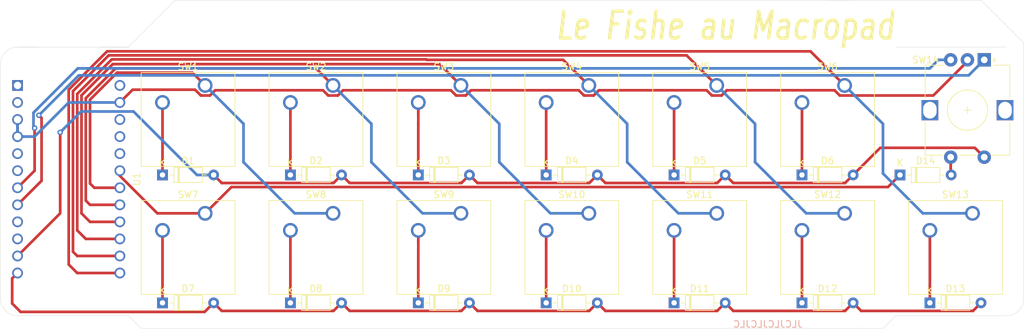
<source format=kicad_pcb>
(kicad_pcb (version 20211014) (generator pcbnew)
  (layers (0 "F.Cu" signal) (31 "B.Cu" signal) (34 "B.Paste" user) (35 "F.Paste" user) (36 "B.SilkS" user "B.Silkscreen") (37 "F.SilkS" user "F.Silkscreen") (38 "B.Mask" user) (39 "F.Mask" user) (44 "Edge.Cuts" user))
  (net 0 "")
  (net 1 "/ROW0")
  (net 2 "Net-(D1-Pad1)")
  (net 3 "Net-(D2-Pad1)")
  (net 4 "Net-(D3-Pad1)")
  (net 5 "Net-(D4-Pad1)")
  (net 6 "Net-(D5-Pad1)")
  (net 7 "Net-(D6-Pad1)")
  (net 8 "/ROW1")
  (net 9 "Net-(D7-Pad1)")
  (net 10 "Net-(D8-Pad1)")
  (net 11 "Net-(D9-Pad1)")
  (net 12 "Net-(D10-Pad1)")
  (net 13 "Net-(D11-Pad1)")
  (net 14 "Net-(D12-Pad1)")
  (net 15 "Net-(D13-Pad1)")
  (net 16 "/COL1")
  (net 17 "/COL2")
  (net 18 "/COL3")
  (net 19 "/COL4")
  (net 20 "/COL5")
  (net 21 "/COL6")
  (net 22 "/COL0")
  (net 23 "Net-(SW14-PadA)")
  (net 24 "GND")
  (net 25 "Net-(SW14-PadB)")
  (net 26 "Net-(U1-Pad24)")
  (net 27 "+5V")
  (net 28 "Net-(U1-Pad20)")
  (net 29 "Net-(U1-Pad10)")
  (net 30 "Net-(U1-Pad9)")
  (net 31 "Net-(U1-Pad6)")
  (net 32 "Net-(U1-Pad5)")
  (net 33 "Net-(U1-Pad2)")
  (net 34 "Net-(U1-Pad1)")
  (net 35 "Net-(D14-Pad2)")
  (net 36 "Net-(U1-Pad22)")
  (footprint "Button_Switch_Keyboard:SW_Cherry_MX_1.00u_PCB" (layer "F.Cu") (at 107.95 55.88)
    (fp_text reference "SW7" (at -2.54 -2.794) (layer "F.SilkS"))
    (fp_text value "M7")
    (pad "" np_thru_hole circle locked (at -7.62 5.08) (size 1.7 1.7) (drill 1.7) (layers *.Cu *.Mask))
    (pad "" np_thru_hole circle locked (at 2.54 5.08) (size 1.7 1.7) (drill 1.7) (layers *.Cu *.Mask))
    (pad "" np_thru_hole circle locked (at -2.54 5.08) (size 4 4) (drill 4) (layers *.Cu *.Mask))
    (pad "1" thru_hole circle locked (at 0 0) (size 2.2 2.2) (drill 1.5) (layers *.Cu *.Mask) (net 22 "/COL0"))
    (pad "2" thru_hole circle locked (at -6.35 2.54) (size 2.2 2.2) (drill 1.5) (layers *.Cu *.Mask) (net 9 "Net-(D7-Pad1)"))
  )
  (footprint "Button_Switch_Keyboard:SW_Cherry_MX_1.00u_PCB" (layer "F.Cu") (at 127 55.88)
    (fp_text reference "SW8" (at -2.54 -2.794) (layer "F.SilkS"))
    (fp_text value "M8")
    (pad "" np_thru_hole circle locked (at 2.54 5.08) (size 1.7 1.7) (drill 1.7) (layers *.Cu *.Mask))
    (pad "" np_thru_hole circle locked (at -2.54 5.08) (size 4 4) (drill 4) (layers *.Cu *.Mask))
    (pad "" np_thru_hole circle locked (at -7.62 5.08) (size 1.7 1.7) (drill 1.7) (layers *.Cu *.Mask))
    (pad "1" thru_hole circle locked (at 0 0) (size 2.2 2.2) (drill 1.5) (layers *.Cu *.Mask) (net 16 "/COL1"))
    (pad "2" thru_hole circle locked (at -6.35 2.54) (size 2.2 2.2) (drill 1.5) (layers *.Cu *.Mask) (net 10 "Net-(D8-Pad1)"))
  )
  (footprint "Button_Switch_Keyboard:SW_Cherry_MX_1.00u_PCB" (layer "F.Cu") (at 146.05 55.88)
    (fp_text reference "SW9" (at -2.54 -2.794) (layer "F.SilkS"))
    (fp_text value "M9")
    (pad "" np_thru_hole circle locked (at -2.54 5.08) (size 4 4) (drill 4) (layers *.Cu *.Mask))
    (pad "" np_thru_hole circle locked (at -7.62 5.08) (size 1.7 1.7) (drill 1.7) (layers *.Cu *.Mask))
    (pad "" np_thru_hole circle locked (at 2.54 5.08) (size 1.7 1.7) (drill 1.7) (layers *.Cu *.Mask))
    (pad "1" thru_hole circle locked (at 0 0) (size 2.2 2.2) (drill 1.5) (layers *.Cu *.Mask) (net 17 "/COL2"))
    (pad "2" thru_hole circle locked (at -6.35 2.54) (size 2.2 2.2) (drill 1.5) (layers *.Cu *.Mask) (net 11 "Net-(D9-Pad1)"))
  )
  (footprint "Button_Switch_Keyboard:SW_Cherry_MX_1.00u_PCB" (layer "F.Cu") (at 165.1 55.88)
    (fp_text reference "SW10" (at -2.54 -2.794) (layer "F.SilkS"))
    (fp_text value "M10")
    (pad "" np_thru_hole circle locked (at -7.62 5.08) (size 1.7 1.7) (drill 1.7) (layers *.Cu *.Mask))
    (pad "" np_thru_hole circle locked (at 2.54 5.08) (size 1.7 1.7) (drill 1.7) (layers *.Cu *.Mask))
    (pad "" np_thru_hole circle locked (at -2.54 5.08) (size 4 4) (drill 4) (layers *.Cu *.Mask))
    (pad "1" thru_hole circle locked (at 0 0) (size 2.2 2.2) (drill 1.5) (layers *.Cu *.Mask) (net 18 "/COL3"))
    (pad "2" thru_hole circle locked (at -6.35 2.54) (size 2.2 2.2) (drill 1.5) (layers *.Cu *.Mask) (net 12 "Net-(D10-Pad1)"))
  )
  (footprint "Button_Switch_Keyboard:SW_Cherry_MX_1.00u_PCB" (layer "F.Cu") (at 184.15 55.88)
    (fp_text reference "SW11" (at -2.54 -2.794) (layer "F.SilkS"))
    (fp_text value "M11")
    (pad "" np_thru_hole circle locked (at 2.54 5.08) (size 1.7 1.7) (drill 1.7) (layers *.Cu *.Mask))
    (pad "" np_thru_hole circle locked (at -7.62 5.08) (size 1.7 1.7) (drill 1.7) (layers *.Cu *.Mask))
    (pad "" np_thru_hole circle locked (at -2.54 5.08) (size 4 4) (drill 4) (layers *.Cu *.Mask))
    (pad "1" thru_hole circle locked (at 0 0) (size 2.2 2.2) (drill 1.5) (layers *.Cu *.Mask) (net 19 "/COL4"))
    (pad "2" thru_hole circle locked (at -6.35 2.54) (size 2.2 2.2) (drill 1.5) (layers *.Cu *.Mask) (net 13 "Net-(D11-Pad1)"))
  )
  (footprint "Button_Switch_Keyboard:SW_Cherry_MX_1.00u_PCB" (layer "F.Cu") (at 203.2 55.88)
    (fp_text reference "SW12" (at -2.54 -2.794) (layer "F.SilkS"))
    (fp_text value "M12")
    (pad "" np_thru_hole circle locked (at -7.62 5.08) (size 1.7 1.7) (drill 1.7) (layers *.Cu *.Mask))
    (pad "" np_thru_hole circle locked (at 2.54 5.08) (size 1.7 1.7) (drill 1.7) (layers *.Cu *.Mask))
    (pad "" np_thru_hole circle locked (at -2.54 5.08) (size 4 4) (drill 4) (layers *.Cu *.Mask))
    (pad "1" thru_hole circle locked (at 0 0) (size 2.2 2.2) (drill 1.5) (layers *.Cu *.Mask) (net 20 "/COL5"))
    (pad "2" thru_hole circle locked (at -6.35 2.54) (size 2.2 2.2) (drill 1.5) (layers *.Cu *.Mask) (net 14 "Net-(D12-Pad1)"))
  )
  (footprint "Button_Switch_Keyboard:SW_Cherry_MX_1.00u_PCB" (layer "F.Cu") (at 222.25 55.88)
    (fp_text reference "SW13" (at -2.54 -2.794) (layer "F.SilkS"))
    (fp_text value "M13")
    (pad "" np_thru_hole circle locked (at -2.54 5.08) (size 4 4) (drill 4) (layers *.Cu *.Mask))
    (pad "" np_thru_hole circle locked (at 2.54 5.08) (size 1.7 1.7) (drill 1.7) (layers *.Cu *.Mask))
    (pad "" np_thru_hole circle locked (at -7.62 5.08) (size 1.7 1.7) (drill 1.7) (layers *.Cu *.Mask))
    (pad "1" thru_hole circle locked (at 0 0) (size 2.2 2.2) (drill 1.5) (layers *.Cu *.Mask) (net 21 "/COL6"))
    (pad "2" thru_hole circle locked (at -6.35 2.54) (size 2.2 2.2) (drill 1.5) (layers *.Cu *.Mask) (net 15 "Net-(D13-Pad1)"))
  )
  (footprint "Rotary_Encoder:RotaryEncoder_Alps_EC12E-Switch_Vertical_H20mm" (layer "F.Cu") (at 224 33.02 -90)
    (fp_text reference "SW14" (at 0 8.735 180) (layer "F.SilkS"))
    (fp_text value "ENCODER")
    (pad "A" thru_hole rect locked (at 0 0 270) (size 2 2) (drill 1) (layers *.Cu *.Mask) (net 23 "Net-(SW14-PadA)"))
    (pad "B" thru_hole circle locked (at 0 5 270) (size 2 2) (drill 1) (layers *.Cu *.Mask) (net 25 "Net-(SW14-PadB)"))
    (pad "C" thru_hole circle locked (at 0 2.5 270) (size 2 2) (drill 1) (layers *.Cu *.Mask) (net 24 "GND"))
    (pad "MP" thru_hole rect locked (at 7.5 8.1 270) (size 3 2.5) (drill oval 2.5 2) (layers *.Cu *.Mask))
    (pad "MP" thru_hole rect locked (at 7.5 -3.1 270) (size 3 2.5) (drill oval 2.5 2) (layers *.Cu *.Mask))
    (pad "S1" thru_hole circle locked (at 14.5 0 270) (size 2 2) (drill 1) (layers *.Cu *.Mask) (net 1 "/ROW0"))
    (pad "S2" thru_hole circle locked (at 14.5 5 270) (size 2 2) (drill 1) (layers *.Cu *.Mask) (net 35 "Net-(D14-Pad2)"))
  )
  (footprint "promicro:ProMicro-NoSilk" (layer "F.Cu") (at 87.63 50.8 -90)
    (fp_text reference "U1" (at 0 -10.16 90) (layer "F.SilkS"))
    (fp_text value "ProMicro" hide)
    (pad "1" thru_hole rect locked (at -13.97 7.62 270) (size 1.6 1.6) (drill 1.1) (layers *.Cu *.Mask) (net 34 "Net-(U1-Pad1)"))
    (pad "2" thru_hole circle locked (at -11.43 7.62 270) (size 1.6 1.6) (drill 1.1) (layers *.Cu *.Mask) (net 33 "Net-(U1-Pad2)"))
    (pad "3" thru_hole circle locked (at -8.89 7.62 270) (size 1.6 1.6) (drill 1.1) (layers *.Cu *.Mask) (net 24 "GND"))
    (pad "4" thru_hole circle locked (at -6.35 7.62 270) (size 1.6 1.6) (drill 1.1) (layers *.Cu *.Mask) (net 24 "GND"))
    (pad "5" thru_hole circle locked (at -3.81 7.62 270) (size 1.6 1.6) (drill 1.1) (layers *.Cu *.Mask) (net 32 "Net-(U1-Pad5)"))
    (pad "6" thru_hole circle locked (at -1.27 7.62 270) (size 1.6 1.6) (drill 1.1) (layers *.Cu *.Mask) (net 31 "Net-(U1-Pad6)"))
    (pad "7" thru_hole circle locked (at 1.27 7.62 270) (size 1.6 1.6) (drill 1.1) (layers *.Cu *.Mask) (net 25 "Net-(SW14-PadB)"))
    (pad "8" thru_hole circle locked (at 3.81 7.62 270) (size 1.6 1.6) (drill 1.1) (layers *.Cu *.Mask) (net 23 "Net-(SW14-PadA)"))
    (pad "9" thru_hole circle locked (at 6.35 7.62 270) (size 1.6 1.6) (drill 1.1) (layers *.Cu *.Mask) (net 30 "Net-(U1-Pad9)"))
    (pad "10" thru_hole circle locked (at 8.89 7.62 270) (size 1.6 1.6) (drill 1.1) (layers *.Cu *.Mask) (net 29 "Net-(U1-Pad10)"))
    (pad "11" thru_hole circle locked (at 11.43 7.62 270) (size 1.6 1.6) (drill 1.1) (layers *.Cu *.Mask) (net 1 "/ROW0"))
    (pad "12" thru_hole circle locked (at 13.97 7.62 270) (size 1.6 1.6) (drill 1.1) (layers *.Cu *.Mask) (net 8 "/ROW1"))
    (pad "13" thru_hole circle locked (at 13.97 -7.62 270) (size 1.6 1.6) (drill 1.1) (layers *.Cu *.Mask) (net 21 "/COL6"))
    (pad "14" thru_hole circle locked (at 11.43 -7.62 270) (size 1.6 1.6) (drill 1.1) (layers *.Cu *.Mask) (net 20 "/COL5"))
    (pad "15" thru_hole circle locked (at 8.89 -7.62 270) (size 1.6 1.6) (drill 1.1) (layers *.Cu *.Mask) (net 19 "/COL4"))
    (pad "16" thru_hole circle locked (at 6.35 -7.62 270) (size 1.6 1.6) (drill 1.1) (layers *.Cu *.Mask) (net 18 "/COL3"))
    (pad "17" thru_hole circle locked (at 3.81 -7.62 270) (size 1.6 1.6) (drill 1.1) (layers *.Cu *.Mask) (net 17 "/COL2"))
    (pad "18" thru_hole circle locked (at 1.27 -7.62 270) (size 1.6 1.6) (drill 1.1) (layers *.Cu *.Mask) (net 16 "/COL1"))
    (pad "19" thru_hole circle locked (at -1.27 -7.62 270) (size 1.6 1.6) (drill 1.1) (layers *.Cu *.Mask) (net 22 "/COL0"))
    (pad "20" thru_hole circle locked (at -3.81 -7.62 270) (size 1.6 1.6) (drill 1.1) (layers *.Cu *.Mask) (net 28 "Net-(U1-Pad20)"))
    (pad "21" thru_hole circle locked (at -6.35 -7.62 270) (size 1.6 1.6) (drill 1.1) (layers *.Cu *.Mask) (net 27 "+5V"))
    (pad "22" thru_hole circle locked (at -8.89 -7.62 270) (size 1.6 1.6) (drill 1.1) (layers *.Cu *.Mask) (net 36 "Net-(U1-Pad22)"))
    (pad "23" thru_hole circle locked (at -11.43 -7.62 270) (size 1.6 1.6) (drill 1.1) (layers *.Cu *.Mask) (net 24 "GND"))
    (pad "24" thru_hole circle locked (at -13.97 -7.62 270) (size 1.6 1.6) (drill 1.1) (layers *.Cu *.Mask) (net 26 "Net-(U1-Pad24)"))
  )
  (footprint "Button_Switch_Keyboard:SW_Cherry_MX_1.00u_PCB" (layer "F.Cu") (at 127 36.83)
    (fp_text reference "SW2" (at -2.54 -2.794) (layer "F.SilkS"))
    (fp_text value "M2")
    (pad "" np_thru_hole circle locked (at -2.54 5.08) (size 4 4) (drill 4) (layers *.Cu *.Mask))
    (pad "" np_thru_hole circle locked (at -7.62 5.08) (size 1.7 1.7) (drill 1.7) (layers *.Cu *.Mask))
    (pad "" np_thru_hole circle locked (at 2.54 5.08) (size 1.7 1.7) (drill 1.7) (layers *.Cu *.Mask))
    (pad "1" thru_hole circle locked (at 0 0) (size 2.2 2.2) (drill 1.5) (layers *.Cu *.Mask) (net 17 "/COL2"))
    (pad "2" thru_hole circle locked (at -6.35 2.54) (size 2.2 2.2) (drill 1.5) (layers *.Cu *.Mask) (net 3 "Net-(D2-Pad1)"))
  )
  (footprint "Button_Switch_Keyboard:SW_Cherry_MX_1.00u_PCB" (layer "F.Cu") (at 203.2 36.83)
    (fp_text reference "SW6" (at -2.54 -2.794) (layer "F.SilkS"))
    (fp_text value "M6")
    (pad "" np_thru_hole circle locked (at -2.54 5.08) (size 4 4) (drill 4) (layers *.Cu *.Mask))
    (pad "" np_thru_hole circle locked (at 2.54 5.08) (size 1.7 1.7) (drill 1.7) (layers *.Cu *.Mask))
    (pad "" np_thru_hole circle locked (at -7.62 5.08) (size 1.7 1.7) (drill 1.7) (layers *.Cu *.Mask))
    (pad "1" thru_hole circle locked (at 0 0) (size 2.2 2.2) (drill 1.5) (layers *.Cu *.Mask) (net 21 "/COL6"))
    (pad "2" thru_hole circle locked (at -6.35 2.54) (size 2.2 2.2) (drill 1.5) (layers *.Cu *.Mask) (net 7 "Net-(D6-Pad1)"))
  )
  (footprint "Button_Switch_Keyboard:SW_Cherry_MX_1.00u_PCB" (layer "F.Cu") (at 184.15 36.83)
    (fp_text reference "SW5" (at -2.54 -2.794) (layer "F.SilkS"))
    (fp_text value "M5")
    (pad "" np_thru_hole circle locked (at -7.62 5.08) (size 1.7 1.7) (drill 1.7) (layers *.Cu *.Mask))
    (pad "" np_thru_hole circle locked (at -2.54 5.08) (size 4 4) (drill 4) (layers *.Cu *.Mask))
    (pad "" np_thru_hole circle locked (at 2.54 5.08) (size 1.7 1.7) (drill 1.7) (layers *.Cu *.Mask))
    (pad "1" thru_hole circle locked (at 0 0) (size 2.2 2.2) (drill 1.5) (layers *.Cu *.Mask) (net 20 "/COL5"))
    (pad "2" thru_hole circle locked (at -6.35 2.54) (size 2.2 2.2) (drill 1.5) (layers *.Cu *.Mask) (net 6 "Net-(D5-Pad1)"))
  )
  (footprint "Button_Switch_Keyboard:SW_Cherry_MX_1.00u_PCB" (layer "F.Cu") (at 146.05 36.83)
    (fp_text reference "SW3" (at -2.54 -2.794) (layer "F.SilkS"))
    (fp_text value "M3")
    (pad "" np_thru_hole circle locked (at -2.54 5.08) (size 4 4) (drill 4) (layers *.Cu *.Mask))
    (pad "" np_thru_hole circle locked (at -7.62 5.08) (size 1.7 1.7) (drill 1.7) (layers *.Cu *.Mask))
    (pad "" np_thru_hole circle locked (at 2.54 5.08) (size 1.7 1.7) (drill 1.7) (layers *.Cu *.Mask))
    (pad "1" thru_hole circle locked (at 0 0) (size 2.2 2.2) (drill 1.5) (layers *.Cu *.Mask) (net 18 "/COL3"))
    (pad "2" thru_hole circle locked (at -6.35 2.54) (size 2.2 2.2) (drill 1.5) (layers *.Cu *.Mask) (net 4 "Net-(D3-Pad1)"))
  )
  (footprint "Button_Switch_Keyboard:SW_Cherry_MX_1.00u_PCB" (layer "F.Cu") (at 165.1 36.83)
    (fp_text reference "SW4" (at -2.54 -2.794) (layer "F.SilkS"))
    (fp_text value "M4")
    (pad "" np_thru_hole circle locked (at -2.54 5.08) (size 4 4) (drill 4) (layers *.Cu *.Mask))
    (pad "" np_thru_hole circle locked (at -7.62 5.08) (size 1.7 1.7) (drill 1.7) (layers *.Cu *.Mask))
    (pad "" np_thru_hole circle locked (at 2.54 5.08) (size 1.7 1.7) (drill 1.7) (layers *.Cu *.Mask))
    (pad "1" thru_hole circle locked (at 0 0) (size 2.2 2.2) (drill 1.5) (layers *.Cu *.Mask) (net 19 "/COL4"))
    (pad "2" thru_hole circle locked (at -6.35 2.54) (size 2.2 2.2) (drill 1.5) (layers *.Cu *.Mask) (net 5 "Net-(D4-Pad1)"))
  )
  (footprint "Button_Switch_Keyboard:SW_Cherry_MX_1.00u_PCB" (layer "F.Cu") (at 107.95 36.83)
    (fp_text reference "SW1" (at -2.54 -2.794) (layer "F.SilkS"))
    (fp_text value "M1")
    (pad "" np_thru_hole circle locked (at -7.62 5.08) (size 1.7 1.7) (drill 1.7) (layers *.Cu *.Mask))
    (pad "" np_thru_hole circle locked (at 2.54 5.08) (size 1.7 1.7) (drill 1.7) (layers *.Cu *.Mask))
    (pad "" np_thru_hole circle locked (at -2.54 5.08) (size 4 4) (drill 4) (layers *.Cu *.Mask))
    (pad "1" thru_hole circle locked (at 0 0) (size 2.2 2.2) (drill 1.5) (layers *.Cu *.Mask) (net 16 "/COL1"))
    (pad "2" thru_hole circle locked (at -6.35 2.54) (size 2.2 2.2) (drill 1.5) (layers *.Cu *.Mask) (net 2 "Net-(D1-Pad1)"))
  )
  (footprint "Diode_THT:D_DO-35_SOD27_P7.62mm_Horizontal" (layer "F.Cu") (at 101.6 50.165)
    (fp_text reference "D1" (at 3.81 -2.12) (layer "F.SilkS"))
    (fp_text value "1N4148")
    (fp_text user "K" (at 0 -1.8) (layer "F.SilkS"))
    (pad "1" thru_hole rect locked (at 0 0) (size 1.6 1.6) (drill 0.8) (layers *.Cu *.Mask) (net 2 "Net-(D1-Pad1)"))
    (pad "2" thru_hole oval locked (at 7.62 0) (size 1.6 1.6) (drill 0.8) (layers *.Cu *.Mask) (net 1 "/ROW0"))
  )
  (footprint "Diode_THT:D_DO-35_SOD27_P7.62mm_Horizontal" (layer "F.Cu") (at 120.65 50.165)
    (fp_text reference "D2" (at 3.81 -2.12) (layer "F.SilkS"))
    (fp_text value "1N4148")
    (fp_text user "K" (at 0 -1.8) (layer "F.SilkS"))
    (pad "1" thru_hole rect locked (at 0 0) (size 1.6 1.6) (drill 0.8) (layers *.Cu *.Mask) (net 3 "Net-(D2-Pad1)"))
    (pad "2" thru_hole oval locked (at 7.62 0) (size 1.6 1.6) (drill 0.8) (layers *.Cu *.Mask) (net 1 "/ROW0"))
  )
  (footprint "Diode_THT:D_DO-35_SOD27_P7.62mm_Horizontal" (layer "F.Cu") (at 139.7 50.165)
    (fp_text reference "D3" (at 3.81 -2.12) (layer "F.SilkS"))
    (fp_text value "1N4148")
    (fp_text user "K" (at 0 -1.8) (layer "F.SilkS"))
    (pad "1" thru_hole rect locked (at 0 0) (size 1.6 1.6) (drill 0.8) (layers *.Cu *.Mask) (net 4 "Net-(D3-Pad1)"))
    (pad "2" thru_hole oval locked (at 7.62 0) (size 1.6 1.6) (drill 0.8) (layers *.Cu *.Mask) (net 1 "/ROW0"))
  )
  (footprint "Diode_THT:D_DO-35_SOD27_P7.62mm_Horizontal" (layer "F.Cu") (at 158.75 50.165)
    (fp_text reference "D4" (at 3.81 -2.12) (layer "F.SilkS"))
    (fp_text value "1N4148")
    (fp_text user "K" (at 0 -1.8) (layer "F.SilkS"))
    (pad "1" thru_hole rect locked (at 0 0) (size 1.6 1.6) (drill 0.8) (layers *.Cu *.Mask) (net 5 "Net-(D4-Pad1)"))
    (pad "2" thru_hole oval locked (at 7.62 0) (size 1.6 1.6) (drill 0.8) (layers *.Cu *.Mask) (net 1 "/ROW0"))
  )
  (footprint "Diode_THT:D_DO-35_SOD27_P7.62mm_Horizontal" (layer "F.Cu") (at 177.8 50.165)
    (fp_text reference "D5" (at 3.81 -2.12) (layer "F.SilkS"))
    (fp_text value "1N4148")
    (fp_text user "K" (at 0 -1.8) (layer "F.SilkS"))
    (pad "1" thru_hole rect locked (at 0 0) (size 1.6 1.6) (drill 0.8) (layers *.Cu *.Mask) (net 6 "Net-(D5-Pad1)"))
    (pad "2" thru_hole oval locked (at 7.62 0) (size 1.6 1.6) (drill 0.8) (layers *.Cu *.Mask) (net 1 "/ROW0"))
  )
  (footprint "Diode_THT:D_DO-35_SOD27_P7.62mm_Horizontal" (layer "F.Cu") (at 196.85 50.165)
    (fp_text reference "D6" (at 3.81 -2.12) (layer "F.SilkS"))
    (fp_text value "1N4148")
    (fp_text user "K" (at 0 -1.8) (layer "F.SilkS"))
    (pad "1" thru_hole rect locked (at 0 0) (size 1.6 1.6) (drill 0.8) (layers *.Cu *.Mask) (net 7 "Net-(D6-Pad1)"))
    (pad "2" thru_hole oval locked (at 7.62 0) (size 1.6 1.6) (drill 0.8) (layers *.Cu *.Mask) (net 1 "/ROW0"))
  )
  (footprint "Diode_THT:D_DO-35_SOD27_P7.62mm_Horizontal" (layer "F.Cu") (at 101.6 69.215)
    (fp_text reference "D7" (at 3.81 -2.12) (layer "F.SilkS"))
    (fp_text value "1N4148")
    (fp_text user "K" (at 0 -1.8) (layer "F.SilkS"))
    (pad "1" thru_hole rect locked (at 0 0) (size 1.6 1.6) (drill 0.8) (layers *.Cu *.Mask) (net 9 "Net-(D7-Pad1)"))
    (pad "2" thru_hole oval locked (at 7.62 0) (size 1.6 1.6) (drill 0.8) (layers *.Cu *.Mask) (net 8 "/ROW1"))
  )
  (footprint "Diode_THT:D_DO-35_SOD27_P7.62mm_Horizontal" (layer "F.Cu") (at 120.65 69.215)
    (fp_text reference "D8" (at 3.81 -2.12) (layer "F.SilkS"))
    (fp_text value "1N4148")
    (fp_text user "K" (at 0 -1.8) (layer "F.SilkS"))
    (pad "1" thru_hole rect locked (at 0 0) (size 1.6 1.6) (drill 0.8) (layers *.Cu *.Mask) (net 10 "Net-(D8-Pad1)"))
    (pad "2" thru_hole oval locked (at 7.62 0) (size 1.6 1.6) (drill 0.8) (layers *.Cu *.Mask) (net 8 "/ROW1"))
  )
  (footprint "Diode_THT:D_DO-35_SOD27_P7.62mm_Horizontal" (layer "F.Cu") (at 139.7 69.215)
    (fp_text reference "D9" (at 3.81 -2.12) (layer "F.SilkS"))
    (fp_text value "1N4148")
    (fp_text user "K" (at 0 -1.8) (layer "F.SilkS"))
    (pad "1" thru_hole rect locked (at 0 0) (size 1.6 1.6) (drill 0.8) (layers *.Cu *.Mask) (net 11 "Net-(D9-Pad1)"))
    (pad "2" thru_hole oval locked (at 7.62 0) (size 1.6 1.6) (drill 0.8) (layers *.Cu *.Mask) (net 8 "/ROW1"))
  )
  (footprint "Diode_THT:D_DO-35_SOD27_P7.62mm_Horizontal" (layer "F.Cu") (at 158.75 69.215)
    (fp_text reference "D10" (at 3.81 -2.12) (layer "F.SilkS"))
    (fp_text value "1N4148")
    (fp_text user "K" (at 0 -1.8) (layer "F.SilkS"))
    (pad "1" thru_hole rect locked (at 0 0) (size 1.6 1.6) (drill 0.8) (layers *.Cu *.Mask) (net 12 "Net-(D10-Pad1)"))
    (pad "2" thru_hole oval locked (at 7.62 0) (size 1.6 1.6) (drill 0.8) (layers *.Cu *.Mask) (net 8 "/ROW1"))
  )
  (footprint "Diode_THT:D_DO-35_SOD27_P7.62mm_Horizontal" (layer "F.Cu") (at 177.8 69.215)
    (fp_text reference "D11" (at 3.81 -2.12) (layer "F.SilkS"))
    (fp_text value "1N4148")
    (fp_text user "K" (at 0 -1.8) (layer "F.SilkS"))
    (pad "1" thru_hole rect locked (at 0 0) (size 1.6 1.6) (drill 0.8) (layers *.Cu *.Mask) (net 13 "Net-(D11-Pad1)"))
    (pad "2" thru_hole oval locked (at 7.62 0) (size 1.6 1.6) (drill 0.8) (layers *.Cu *.Mask) (net 8 "/ROW1"))
  )
  (footprint "Diode_THT:D_DO-35_SOD27_P7.62mm_Horizontal" (layer "F.Cu") (at 196.85 69.215)
    (fp_text reference "D12" (at 3.81 -2.12) (layer "F.SilkS"))
    (fp_text value "1N4148")
    (fp_text user "K" (at 0 -1.8) (layer "F.SilkS"))
    (pad "1" thru_hole rect locked (at 0 0) (size 1.6 1.6) (drill 0.8) (layers *.Cu *.Mask) (net 14 "Net-(D12-Pad1)"))
    (pad "2" thru_hole oval locked (at 7.62 0) (size 1.6 1.6) (drill 0.8) (layers *.Cu *.Mask) (net 8 "/ROW1"))
  )
  (footprint "Diode_THT:D_DO-35_SOD27_P7.62mm_Horizontal" (layer "F.Cu") (at 215.9 69.215)
    (fp_text reference "D13" (at 3.81 -2.12) (layer "F.SilkS"))
    (fp_text value "1N4148")
    (fp_text user "K" (at 0 -1.8) (layer "F.SilkS"))
    (pad "1" thru_hole rect locked (at 0 0) (size 1.6 1.6) (drill 0.8) (layers *.Cu *.Mask) (net 15 "Net-(D13-Pad1)"))
    (pad "2" thru_hole oval locked (at 7.62 0) (size 1.6 1.6) (drill 0.8) (layers *.Cu *.Mask) (net 8 "/ROW1"))
  )
  (footprint "Diode_THT:D_DO-35_SOD27_P7.62mm_Horizontal" (layer "F.Cu") (at 211.455 50.165)
    (fp_text reference "D14" (at 3.81 -2.12) (layer "F.SilkS"))
    (fp_text value "1N4148")
    (fp_text user "K" (at 0 -1.8) (layer "F.SilkS"))
    (pad "1" thru_hole rect locked (at 0 0) (size 1.6 1.6) (drill 0.8) (layers *.Cu *.Mask) (net 22 "/COL0"))
    (pad "2" thru_hole oval locked (at 7.62 0) (size 1.6 1.6) (drill 0.8) (layers *.Cu *.Mask) (net 35 "Net-(D14-Pad2)"))
  )
  (footprint "MountingHole:MountingHole_3.2mm_M3" (layer "F.Cu") (at 105.41 27.94)
    (fp_text reference "H1" hide)
    (fp_text value "MountingHole")
    (pad "" np_thru_hole circle locked (at 0 0) (size 3.2 3.2) (drill 3.2) (layers *.Cu *.Mask))
  )
  (footprint "MountingHole:MountingHole_3.2mm_M3" (layer "F.Cu") (at 222.25 27.94)
    (fp_text reference "H2" hide)
    (fp_text value "MountingHole")
    (pad "" np_thru_hole circle locked (at 0 0) (size 3.2 3.2) (drill 3.2) (layers *.Cu *.Mask))
  )
  (gr_line (start 77.47 68.58) (end 77.47 33.655) (layer "Edge.Cuts") (width 0.05))
  (gr_line (start 210.82 31.115) (end 227.33 31.115) (layer "Edge.Cuts") (width 0.05))
  (gr_line (start 229.87 33.655) (end 229.87 68.58) (layer "Edge.Cuts") (width 0.05))
  (gr_line (start 210.82 71.12) (end 227.33 71.12) (layer "Edge.Cuts") (width 0.05))
  (gr_line (start 81.915 31.115) (end 80.01 31.115) (layer "Edge.Cuts") (width 0.05))
  (gr_line (start 82.55 31.115) (end 81.915 31.115) (layer "Edge.Cuts") (width 0.05))
  (gr_line (start 92.075 31.115) (end 96.52 31.115) (layer "Edge.Cuts") (width 0.05))
  (gr_line (start 83.185 31.115) (end 82.55 31.115) (layer "Edge.Cuts") (width 0.05))
  (gr_line (start 208.915 73.025) (end 210.82 71.12) (layer "Edge.Cuts") (width 0.05))
  (gr_line (start 203.835 24.13) (end 203.2 24.13) (layer "Edge.Cuts") (width 0.05))
  (gr_line (start 102.87 24.765) (end 103.505 24.13) (layer "Edge.Cuts") (width 0.05))
  (gr_line (start 96.52 31.115) (end 101.6 26.035) (layer "Edge.Cuts") (width 0.05))
  (gr_line (start 96.52 71.12) (end 98.425 73.025) (layer "Edge.Cuts") (width 0.05))
  (gr_line (start 80.01 31.115) (end 96.52 31.115) (layer "Edge.Cuts") (width 0.05))
  (gr_line (start 101.6 26.035) (end 102.87 24.765) (layer "Edge.Cuts") (width 0.05))
  (gr_line (start 223.52 24.13) (end 200.66 24.13) (layer "Edge.Cuts") (width 0.05))
  (gr_arc (start 229.87 68.58) (mid 229.126051 70.376051) (end 227.33 71.12) (layer "Edge.Cuts") (width 0.05))
  (gr_line (start 103.505 24.13) (end 203.2 24.13) (layer "Edge.Cuts") (width 0.05))
  (gr_line (start 98.425 73.025) (end 205.74 73.025) (layer "Edge.Cuts") (width 0.05))
  (gr_arc (start 77.47 33.655) (mid 78.213949 31.858949) (end 80.01 31.115) (layer "Edge.Cuts") (width 0.05))
  (gr_line (start 205.74 73.025) (end 208.915 73.025) (layer "Edge.Cuts") (width 0.05))
  (gr_arc (start 80.01 71.12) (mid 78.213949 70.376051) (end 77.47 68.58) (layer "Edge.Cuts") (width 0.05))
  (gr_line (start 229.87 33.655) (end 229.87 30.48) (layer "Edge.Cuts") (width 0.05))
  (gr_line (start 90.805 33.02) (end 91.44 33.02) (layer "Edge.Cuts") (width 0.05))
  (gr_line (start 80.01 71.12) (end 96.52 71.12) (layer "Edge.Cuts") (width 0.05))
  (gr_line (start 229.87 30.48) (end 223.52 24.13) (layer "Edge.Cuts") (width 0.05))
  (gr_text "JLCJLCJLCJLC" (at 191.77 72.39) (layer "B.SilkS") (effects (font (size 1 1)) (justify mirror)))
  (gr_text "Le Fishe au Macropad" (at 185.42 27.94) (layer "F.SilkS") (effects (font (size 4 3) (thickness 0.5) italic)))
  (segment (start 86.36 43.815) (end 86.36 43.815) (width 0.4) (layer "F.Cu") (net 1))
  (segment (start 166.37 50.165) (end 165.169999 51.365001) (width 0.4) (layer "F.Cu") (net 1))
  (segment (start 208.515001 46.119999) (end 222.599999 46.119999) (width 0.4) (layer "F.Cu") (net 1))
  (segment (start 80.01 62.23) (end 86.36 55.88) (width 0.4) (layer "F.Cu") (net 1))
  (segment (start 186.620001 51.365001) (end 185.42 50.165) (width 0.4) (layer "F.Cu") (net 1))
  (segment (start 184.219999 51.365001) (end 185.42 50.165) (width 0.4) (layer "F.Cu") (net 1))
  (segment (start 203.269999 51.365001) (end 186.620001 51.365001) (width 0.4) (layer "F.Cu") (net 1))
  (segment (start 109.22 50.165) (end 110.420001 51.365001) (width 0.4) (layer "F.Cu") (net 1))
  (segment (start 222.599999 46.119999) (end 224 47.52) (width 0.4) (layer "F.Cu") (net 1))
  (segment (start 110.420001 51.365001) (end 127.069999 51.365001) (width 0.4) (layer "F.Cu") (net 1))
  (segment (start 204.47 50.165) (end 208.515001 46.119999) (width 0.4) (layer "F.Cu") (net 1))
  (segment (start 146.119999 51.365001) (end 147.32 50.165) (width 0.4) (layer "F.Cu") (net 1))
  (segment (start 127.069999 51.365001) (end 128.27 50.165) (width 0.4) (layer "F.Cu") (net 1))
  (segment (start 165.169999 51.365001) (end 148.520001 51.365001) (width 0.4) (layer "F.Cu") (net 1))
  (segment (start 129.470001 51.365001) (end 146.119999 51.365001) (width 0.4) (layer "F.Cu") (net 1))
  (segment (start 128.27 50.165) (end 129.470001 51.365001) (width 0.4) (layer "F.Cu") (net 1))
  (segment (start 86.36 55.88) (end 86.36 43.815) (width 0.4) (layer "F.Cu") (net 1))
  (segment (start 204.47 50.165) (end 203.269999 51.365001) (width 0.4) (layer "F.Cu") (net 1))
  (segment (start 167.570001 51.365001) (end 184.219999 51.365001) (width 0.4) (layer "F.Cu") (net 1))
  (segment (start 148.520001 51.365001) (end 147.32 50.165) (width 0.4) (layer "F.Cu") (net 1))
  (segment (start 166.37 50.165) (end 167.570001 51.365001) (width 0.4) (layer "F.Cu") (net 1))
  (via (at 86.36 43.815) (size 0.8) (drill 0.4) (layers "F.Cu" "B.Cu") (net 1))
  (segment (start 86.36 43.815) (end 89.465001 40.709999) (width 0.4) (layer "B.Cu") (net 1))
  (segment (start 97.279997 40.709999) (end 106.734998 50.165) (width 0.4) (layer "B.Cu") (net 1))
  (segment (start 106.734998 50.165) (end 109.22 50.165) (width 0.4) (layer "B.Cu") (net 1))
  (segment (start 89.465001 40.709999) (end 97.279997 40.709999) (width 0.4) (layer "B.Cu") (net 1))
  (segment (start 101.6 39.37) (end 101.6 50.165) (width 0.4) (layer "F.Cu") (net 2))
  (segment (start 120.65 39.37) (end 120.65 50.165) (width 0.4) (layer "F.Cu") (net 3))
  (segment (start 139.7 42.490002) (end 139.7 50.165) (width 0.4) (layer "F.Cu") (net 4))
  (segment (start 139.7 39.37) (end 139.7 42.490002) (width 0.4) (layer "F.Cu") (net 4))
  (segment (start 158.75 39.37) (end 158.75 50.165) (width 0.4) (layer "F.Cu") (net 5))
  (segment (start 177.8 50.165) (end 177.8 39.37) (width 0.4) (layer "F.Cu") (net 6))
  (segment (start 196.85 50.165) (end 196.85 39.37) (width 0.4) (layer "F.Cu") (net 7))
  (segment (start 146.119999 70.415001) (end 129.470001 70.415001) (width 0.4) (layer "F.Cu") (net 8))
  (segment (start 165.169999 70.415001) (end 166.37 69.215) (width 0.4) (layer "F.Cu") (net 8))
  (segment (start 223.52 69.215) (end 222.319999 70.415001) (width 0.4) (layer "F.Cu") (net 8))
  (segment (start 203.269999 70.415001) (end 204.47 69.215) (width 0.4) (layer "F.Cu") (net 8))
  (segment (start 127.069999 70.415001) (end 110.420001 70.415001) (width 0.4) (layer "F.Cu") (net 8))
  (segment (start 184.219999 70.415001) (end 167.570001 70.415001) (width 0.4) (layer "F.Cu") (net 8))
  (segment (start 222.319999 70.415001) (end 205.670001 70.415001) (width 0.4) (layer "F.Cu") (net 8))
  (segment (start 185.42 69.215) (end 186.620001 70.415001) (width 0.4) (layer "F.Cu") (net 8))
  (segment (start 147.32 69.215) (end 146.119999 70.415001) (width 0.4) (layer "F.Cu") (net 8))
  (segment (start 185.42 69.215) (end 184.219999 70.415001) (width 0.4) (layer "F.Cu") (net 8))
  (segment (start 128.27 69.215) (end 127.069999 70.415001) (width 0.4) (layer "F.Cu") (net 8))
  (segment (start 79.210001 65.569999) (end 79.210001 69.312003) (width 0.4) (layer "F.Cu") (net 8))
  (segment (start 107.874999 70.560001) (end 109.22 69.215) (width 0.4) (layer "F.Cu") (net 8))
  (segment (start 80.457999 70.560001) (end 107.874999 70.560001) (width 0.4) (layer "F.Cu") (net 8))
  (segment (start 110.420001 70.415001) (end 109.22 69.215) (width 0.4) (layer "F.Cu") (net 8))
  (segment (start 148.520001 70.415001) (end 165.169999 70.415001) (width 0.4) (layer "F.Cu") (net 8))
  (segment (start 167.570001 70.415001) (end 166.37 69.215) (width 0.4) (layer "F.Cu") (net 8))
  (segment (start 205.670001 70.415001) (end 204.47 69.215) (width 0.4) (layer "F.Cu") (net 8))
  (segment (start 80.01 64.77) (end 79.210001 65.569999) (width 0.4) (layer "F.Cu") (net 8))
  (segment (start 79.210001 69.312003) (end 80.457999 70.560001) (width 0.4) (layer "F.Cu") (net 8))
  (segment (start 147.32 69.215) (end 148.520001 70.415001) (width 0.4) (layer "F.Cu") (net 8))
  (segment (start 186.620001 70.415001) (end 203.269999 70.415001) (width 0.4) (layer "F.Cu") (net 8))
  (segment (start 129.470001 70.415001) (end 128.27 69.215) (width 0.4) (layer "F.Cu") (net 8))
  (segment (start 101.6 58.42) (end 101.6 69.215) (width 0.4) (layer "F.Cu") (net 9))
  (segment (start 120.65 69.215) (end 120.65 58.42) (width 0.4) (layer "F.Cu") (net 10))
  (segment (start 139.7 69.215) (end 139.7 58.42) (width 0.4) (layer "F.Cu") (net 11))
  (segment (start 158.75 69.215) (end 158.75 60.379998) (width 0.4) (layer "F.Cu") (net 12))
  (segment (start 158.75 60.379998) (end 158.75 58.42) (width 0.4) (layer "F.Cu") (net 12))
  (segment (start 177.8 69.215) (end 177.8 58.42) (width 0.4) (layer "F.Cu") (net 13))
  (segment (start 196.85 69.215) (end 196.85 58.42) (width 0.4) (layer "F.Cu") (net 14))
  (segment (start 215.9 58.42) (end 215.9 69.215) (width 0.4) (layer "F.Cu") (net 15))
  (segment (start 106.045 34.925) (end 107.95 36.83) (width 0.4) (layer "F.Cu") (net 16))
  (segment (start 91.44 52.07) (end 90.805 51.435) (width 0.4) (layer "F.Cu") (net 16))
  (segment (start 90.805 38.948542) (end 94.828542 34.925) (width 0.4) (layer "F.Cu") (net 16))
  (segment (start 90.805 51.435) (end 90.805 38.948542) (width 0.4) (layer "F.Cu") (net 16))
  (segment (start 94.828542 34.925) (end 106.045 34.925) (width 0.4) (layer "F.Cu") (net 16))
  (segment (start 95.25 52.07) (end 91.44 52.07) (width 0.4) (layer "F.Cu") (net 16))
  (segment (start 127 55.88) (end 121.285 55.88) (width 0.4) (layer "B.Cu") (net 16))
  (segment (start 113.665 48.26) (end 113.665 42.545) (width 0.4) (layer "B.Cu") (net 16))
  (segment (start 113.665 42.545) (end 107.95 36.83) (width 0.4) (layer "B.Cu") (net 16))
  (segment (start 121.285 55.88) (end 113.665 48.26) (width 0.4) (layer "B.Cu") (net 16))
  (segment (start 127 36.83) (end 124.46 34.29) (width 0.4) (layer "F.Cu") (net 17))
  (segment (start 90.17 38.735) (end 90.17 53.975) (width 0.4) (layer "F.Cu") (net 17))
  (segment (start 90.17 53.975) (end 90.805 54.61) (width 0.4) (layer "F.Cu") (net 17))
  (segment (start 90.805 54.61) (end 95.25 54.61) (width 0.4) (layer "F.Cu") (net 17))
  (segment (start 124.46 34.29) (end 94.615 34.29) (width 0.4) (layer "F.Cu") (net 17))
  (segment (start 94.615 34.29) (end 90.17 38.735) (width 0.4) (layer "F.Cu") (net 17))
  (segment (start 146.05 55.88) (end 140.335 55.88) (width 0.4) (layer "B.Cu") (net 17))
  (segment (start 132.715 48.26) (end 132.715 42.545) (width 0.4) (layer "B.Cu") (net 17))
  (segment (start 140.335 55.88) (end 132.715 48.26) (width 0.4) (layer "B.Cu") (net 17))
  (segment (start 132.715 42.545) (end 127 36.83) (width 0.4) (layer "B.Cu") (net 17))
  (segment (start 90.805 57.15) (end 89.535 55.88) (width 0.4) (layer "F.Cu") (net 18))
  (segment (start 142.875 33.655) (end 146.05 36.83) (width 0.4) (layer "F.Cu") (net 18))
  (segment (start 94.193542 33.655) (end 142.875 33.655) (width 0.4) (layer "F.Cu") (net 18))
  (segment (start 89.535 38.313542) (end 94.193542 33.655) (width 0.4) (layer "F.Cu") (net 18))
  (segment (start 89.535 55.88) (end 89.535 38.313542) (width 0.4) (layer "F.Cu") (net 18))
  (segment (start 95.25 57.15) (end 90.805 57.15) (width 0.4) (layer "F.Cu") (net 18))
  (segment (start 165.1 55.88) (end 159.385 55.88) (width 0.4) (layer "B.Cu") (net 18))
  (segment (start 151.765 48.26) (end 151.765 42.545) (width 0.4) (layer "B.Cu") (net 18))
  (segment (start 151.765 42.545) (end 146.05 36.83) (width 0.4) (layer "B.Cu") (net 18))
  (segment (start 159.385 55.88) (end 151.765 48.26) (width 0.4) (layer "B.Cu") (net 18))
  (segment (start 140.90002 32.95002) (end 94.04998 32.95002) (width 0.4) (layer "F.Cu") (net 19))
  (segment (start 161.29 33.02) (end 140.97 33.02) (width 0.4) (layer "F.Cu") (net 19))
  (segment (start 165.1 36.83) (end 161.29 33.02) (width 0.4) (layer "F.Cu") (net 19))
  (segment (start 90.17 59.69) (end 95.25 59.69) (width 0.4) (layer "F.Cu") (net 19))
  (segment (start 88.9 58.42) (end 90.17 59.69) (width 0.4) (layer "F.Cu") (net 19))
  (segment (start 94.04998 32.95002) (end 88.9 38.1) (width 0.4) (layer "F.Cu") (net 19))
  (segment (start 88.9 38.1) (end 88.9 58.42) (width 0.4) (layer "F.Cu") (net 19))
  (segment (start 140.97 33.02) (end 140.90002 32.95002) (width 0.4) (layer "F.Cu") (net 19))
  (segment (start 178.435 55.88) (end 170.815 48.26) (width 0.4) (layer "B.Cu") (net 19))
  (segment (start 170.815 48.26) (end 170.815 42.545) (width 0.4) (layer "B.Cu") (net 19))
  (segment (start 184.15 55.88) (end 178.435 55.88) (width 0.4) (layer "B.Cu") (net 19))
  (segment (start 170.815 42.545) (end 165.1 36.83) (width 0.4) (layer "B.Cu") (net 19))
  (segment (start 184.15 36.83) (end 179.67001 32.35001) (width 0.4) (layer "F.Cu") (net 20))
  (segment (start 179.67001 32.35001) (end 93.593532 32.35001) (width 0.4) (layer "F.Cu") (net 20))
  (segment (start 93.593532 32.35001) (end 88.265 37.678542) (width 0.4) (layer "F.Cu") (net 20))
  (segment (start 88.265 61.595) (end 88.9 62.23) (width 0.4) (layer "F.Cu") (net 20))
  (segment (start 88.265 37.678542) (end 88.265 61.595) (width 0.4) (layer "F.Cu") (net 20))
  (segment (start 88.9 62.23) (end 95.25 62.23) (width 0.4) (layer "F.Cu") (net 20))
  (segment (start 189.865 48.26) (end 189.865 42.545) (width 0.4) (layer "B.Cu") (net 20))
  (segment (start 197.485 55.88) (end 189.865 48.26) (width 0.4) (layer "B.Cu") (net 20))
  (segment (start 203.2 55.88) (end 197.485 55.88) (width 0.4) (layer "B.Cu") (net 20))
  (segment (start 189.865 42.545) (end 184.15 36.83) (width 0.4) (layer "B.Cu") (net 20))
  (segment (start 203.2 36.83) (end 198.12 31.75) (width 0.4) (layer "F.Cu") (net 21))
  (segment (start 87.63 63.5) (end 88.9 64.77) (width 0.4) (layer "F.Cu") (net 21))
  (segment (start 87.63 37.465) (end 87.63 63.5) (width 0.4) (layer "F.Cu") (net 21))
  (segment (start 198.12 31.75) (end 93.345 31.75) (width 0.4) (layer "F.Cu") (net 21))
  (segment (start 88.9 64.77) (end 95.25 64.77) (width 0.4) (layer "F.Cu") (net 21))
  (segment (start 93.345 31.75) (end 87.63 37.465) (width 0.4) (layer "F.Cu") (net 21))
  (segment (start 208.915 49.945002) (end 214.849998 55.88) (width 0.4) (layer "B.Cu") (net 21))
  (segment (start 214.849998 55.88) (end 222.25 55.88) (width 0.4) (layer "B.Cu") (net 21))
  (segment (start 203.2 36.83) (end 208.915 42.545) (width 0.4) (layer "B.Cu") (net 21))
  (segment (start 208.915 42.545) (end 208.915 49.945002) (width 0.4) (layer "B.Cu") (net 21))
  (segment (start 211.455 50.165) (end 209.654989 51.965011) (width 0.4) (layer "F.Cu") (net 22))
  (segment (start 95.25 50.293998) (end 95.25 49.53) (width 0.4) (layer "F.Cu") (net 22))
  (segment (start 209.654989 51.965011) (end 111.864989 51.965011) (width 0.4) (layer "F.Cu") (net 22))
  (segment (start 111.864989 51.965011) (end 107.95 55.88) (width 0.4) (layer "F.Cu") (net 22))
  (segment (start 100.836002 55.88) (end 95.25 50.293998) (width 0.4) (layer "F.Cu") (net 22))
  (segment (start 107.95 55.88) (end 100.836002 55.88) (width 0.4) (layer "F.Cu") (net 22))
  (segment (start 83.185 41.275) (end 83.584999 41.674999) (width 0.4) (layer "F.Cu") (net 23))
  (segment (start 83.584999 41.674999) (end 83.584999 51.035001) (width 0.4) (layer "F.Cu") (net 23))
  (segment (start 83.584999 51.035001) (end 80.01 54.61) (width 0.4) (layer "F.Cu") (net 23))
  (via (at 83.185 41.275) (size 0.8) (drill 0.4) (layers "F.Cu" "B.Cu") (net 23))
  (segment (start 83.185 41.275) (end 83.185 41.275) (width 0.4) (layer "B.Cu") (net 23))
  (segment (start 89.130001 35.329999) (end 221.690001 35.329999) (width 0.4) (layer "B.Cu") (net 23))
  (segment (start 83.185 41.275) (end 89.130001 35.329999) (width 0.4) (layer "B.Cu") (net 23))
  (segment (start 221.690001 35.329999) (end 224 33.02) (width 0.4) (layer "B.Cu") (net 23))
  (segment (start 221.5 33.02) (end 221.5 33.240002) (width 0.4) (layer "F.Cu") (net 24))
  (segment (start 147.550001 37.550001) (end 146.770001 38.330001) (width 0.4) (layer "F.Cu") (net 24))
  (segment (start 146.770001 38.330001) (end 145.329999 38.330001) (width 0.4) (layer "F.Cu") (net 24))
  (segment (start 108.670001 38.330001) (end 107.315 38.330001) (width 0.4) (layer "F.Cu") (net 24))
  (segment (start 128.500001 37.550001) (end 127.720001 38.330001) (width 0.4) (layer "F.Cu") (net 24))
  (segment (start 144.549999 37.550001) (end 128.500001 37.550001) (width 0.4) (layer "F.Cu") (net 24))
  (segment (start 185.650001 37.550001) (end 184.870001 38.330001) (width 0.4) (layer "F.Cu") (net 24))
  (segment (start 183.429999 38.330001) (end 182.649999 37.550001) (width 0.4) (layer "F.Cu") (net 24))
  (segment (start 165.820001 38.330001) (end 164.379999 38.330001) (width 0.4) (layer "F.Cu") (net 24))
  (segment (start 201.699999 37.550001) (end 185.650001 37.550001) (width 0.4) (layer "F.Cu") (net 24))
  (segment (start 127.720001 38.330001) (end 126.279999 38.330001) (width 0.4) (layer "F.Cu") (net 24))
  (segment (start 163.599999 37.550001) (end 147.550001 37.550001) (width 0.4) (layer "F.Cu") (net 24))
  (segment (start 184.870001 38.330001) (end 183.429999 38.330001) (width 0.4) (layer "F.Cu") (net 24))
  (segment (start 216.410001 38.330001) (end 202.479999 38.330001) (width 0.4) (layer "F.Cu") (net 24))
  (segment (start 164.379999 38.330001) (end 163.599999 37.550001) (width 0.4) (layer "F.Cu") (net 24))
  (segment (start 145.329999 38.330001) (end 144.549999 37.550001) (width 0.4) (layer "F.Cu") (net 24))
  (segment (start 109.450001 37.550001) (end 108.670001 38.330001) (width 0.4) (layer "F.Cu") (net 24))
  (segment (start 166.600001 37.550001) (end 165.820001 38.330001) (width 0.4) (layer "F.Cu") (net 24))
  (segment (start 107.315 38.330001) (end 106.449999 37.465) (width 0.4) (layer "F.Cu") (net 24))
  (segment (start 202.479999 38.330001) (end 201.699999 37.550001) (width 0.4) (layer "F.Cu") (net 24))
  (segment (start 126.279999 38.330001) (end 125.499999 37.550001) (width 0.4) (layer "F.Cu") (net 24))
  (segment (start 97.155 37.465) (end 95.25 39.37) (width 0.4) (layer "F.Cu") (net 24))
  (segment (start 125.499999 37.550001) (end 109.450001 37.550001) (width 0.4) (layer "F.Cu") (net 24))
  (segment (start 106.449999 37.465) (end 97.155 37.465) (width 0.4) (layer "F.Cu") (net 24))
  (segment (start 221.5 33.240002) (end 216.410001 38.330001) (width 0.4) (layer "F.Cu") (net 24))
  (segment (start 182.649999 37.550001) (end 166.600001 37.550001) (width 0.4) (layer "F.Cu") (net 24))
  (segment (start 80.01 44.45) (end 80.01 41.91) (width 0.4) (layer "B.Cu") (net 24))
  (segment (start 80.01 44.45) (end 82.55 44.45) (width 0.4) (layer "B.Cu") (net 24))
  (segment (start 80.01 41.91) (end 80.01 45.085) (width 0.4) (layer "B.Cu") (net 24))
  (segment (start 82.55 44.45) (end 87.63 39.37) (width 0.4) (layer "B.Cu") (net 24))
  (segment (start 87.63 39.37) (end 95.25 39.37) (width 0.4) (layer "B.Cu") (net 24))
  (segment (start 82.55 43.18) (end 82.55 49.53) (width 0.4) (layer "F.Cu") (net 25))
  (segment (start 82.55 49.53) (end 80.01 52.07) (width 0.4) (layer "F.Cu") (net 25))
  (via (at 82.55 43.18) (size 0.8) (drill 0.4) (layers "F.Cu" "B.Cu") (net 25))
  (segment (start 88.985998 34.29) (end 82.384999 40.890999) (width 0.4) (layer "B.Cu") (net 25))
  (segment (start 82.384999 43.014999) (end 82.55 43.18) (width 0.4) (layer "B.Cu") (net 25))
  (segment (start 217.17 33.02) (end 215.9 34.29) (width 0.4) (layer "B.Cu") (net 25))
  (segment (start 82.384999 40.890999) (end 82.384999 43.014999) (width 0.4) (layer "B.Cu") (net 25))
  (segment (start 215.9 34.29) (end 88.985998 34.29) (width 0.4) (layer "B.Cu") (net 25))
  (segment (start 219 33.02) (end 217.17 33.02) (width 0.4) (layer "B.Cu") (net 25))
  (segment (start 219 50.09) (end 219.075 50.165) (width 0.4) (layer "F.Cu") (net 35))
  (segment (start 219 47.52) (end 219 50.09) (width 0.4) (layer "F.Cu") (net 35))
)
</source>
